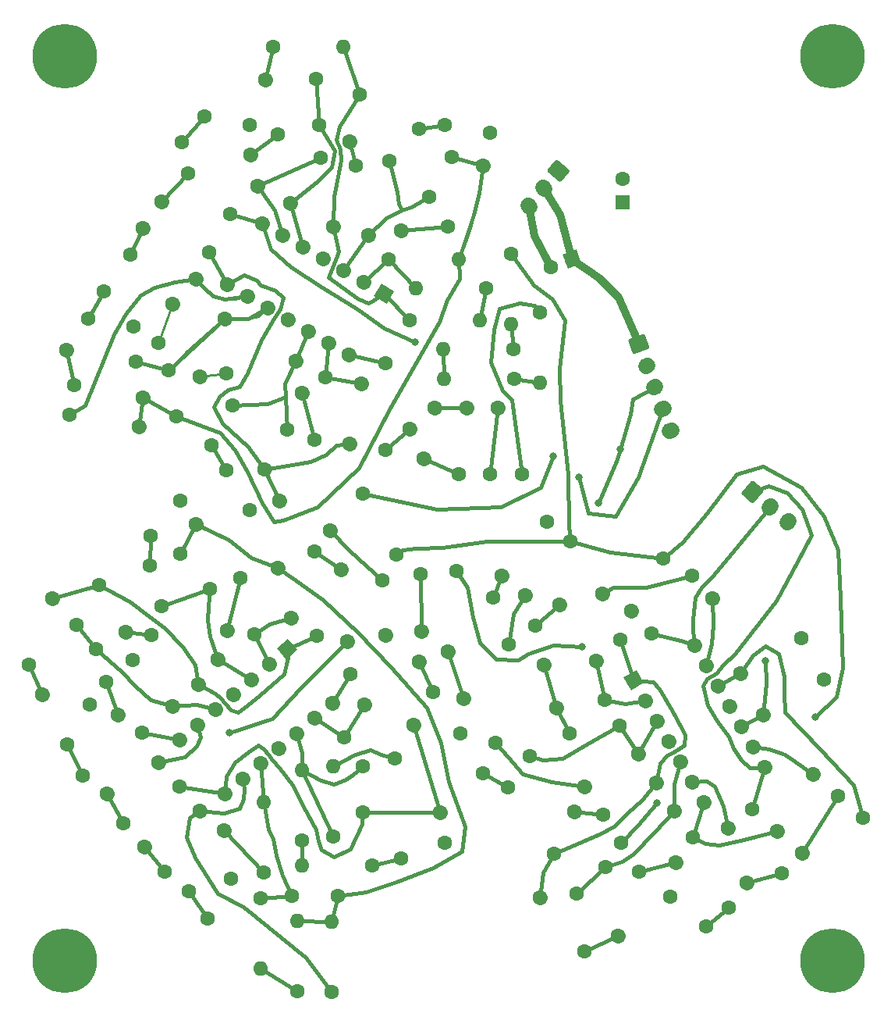
<source format=gbr>
G04 #@! TF.GenerationSoftware,KiCad,Pcbnew,(5.1.2-1)-1*
G04 #@! TF.CreationDate,2021-05-20T21:43:18-04:00*
G04 #@! TF.ProjectId,B_to_UHJ_Converter,425f746f-5f55-4484-9a5f-436f6e766572,rev?*
G04 #@! TF.SameCoordinates,Original*
G04 #@! TF.FileFunction,Copper,L2,Bot*
G04 #@! TF.FilePolarity,Positive*
%FSLAX46Y46*%
G04 Gerber Fmt 4.6, Leading zero omitted, Abs format (unit mm)*
G04 Created by KiCad (PCBNEW (5.1.2-1)-1) date 2021-05-20 21:43:18*
%MOMM*%
%LPD*%
G04 APERTURE LIST*
%ADD10C,7.000000*%
%ADD11C,1.600000*%
%ADD12C,1.600000*%
%ADD13C,0.100000*%
%ADD14R,1.600000X1.600000*%
%ADD15C,1.700000*%
%ADD16C,1.700000*%
%ADD17O,1.600000X1.600000*%
%ADD18C,0.800000*%
%ADD19C,0.250000*%
%ADD20C,0.406400*%
%ADD21C,0.812800*%
G04 APERTURE END LIST*
D10*
X101092000Y-115824000D03*
X17780000Y-115824000D03*
X101092000Y-17780000D03*
X17780000Y-17780000D03*
D11*
X25109194Y-83239601D03*
X32269652Y-85845794D03*
D12*
X32269652Y-85845794D02*
X32269652Y-85845794D01*
D11*
X86122857Y-81589033D03*
D12*
X86122857Y-81589033D02*
X86122857Y-81589033D01*
D11*
X87143743Y-98597260D03*
D12*
X87143743Y-98597260D02*
X87143743Y-98597260D01*
D11*
X87392857Y-83788738D03*
D12*
X87392857Y-83788738D02*
X87392857Y-83788738D01*
D11*
X85873743Y-96397556D03*
D12*
X85873743Y-96397556D02*
X85873743Y-96397556D01*
D11*
X88662857Y-85988442D03*
D12*
X88662857Y-85988442D02*
X88662857Y-85988442D01*
D11*
X84603743Y-94197851D03*
D12*
X84603743Y-94197851D02*
X84603743Y-94197851D01*
D11*
X89932857Y-88188147D03*
D12*
X89932857Y-88188147D02*
X89932857Y-88188147D01*
D11*
X83333743Y-91998147D03*
D12*
X83333743Y-91998147D02*
X83333743Y-91998147D01*
D11*
X91202857Y-90387851D03*
D12*
X91202857Y-90387851D02*
X91202857Y-90387851D01*
D11*
X82063743Y-89798442D03*
D12*
X82063743Y-89798442D02*
X82063743Y-89798442D01*
D11*
X92472857Y-92587556D03*
D12*
X92472857Y-92587556D02*
X92472857Y-92587556D01*
D11*
X80793743Y-87598738D03*
D12*
X80793743Y-87598738D02*
X80793743Y-87598738D01*
D11*
X93742857Y-94787260D03*
D12*
X93742857Y-94787260D02*
X93742857Y-94787260D01*
D11*
X79523743Y-85399033D03*
D13*
G36*
X79230923Y-86491853D02*
G01*
X78430923Y-85106213D01*
X79816563Y-84306213D01*
X80616563Y-85691853D01*
X79230923Y-86491853D01*
X79230923Y-86491853D01*
G37*
D11*
X46814839Y-87871813D03*
D12*
X46814839Y-87871813D02*
X46814839Y-87871813D01*
D11*
X30242280Y-91830637D03*
D12*
X30242280Y-91830637D02*
X30242280Y-91830637D01*
D11*
X44869086Y-89504493D03*
D12*
X44869086Y-89504493D02*
X44869086Y-89504493D01*
D11*
X32188033Y-90197957D03*
D12*
X32188033Y-90197957D02*
X32188033Y-90197957D01*
D11*
X42923333Y-91137174D03*
D12*
X42923333Y-91137174D02*
X42923333Y-91137174D01*
D11*
X34133785Y-88565276D03*
D12*
X34133785Y-88565276D02*
X34133785Y-88565276D01*
D11*
X40977580Y-92769854D03*
D12*
X40977580Y-92769854D02*
X40977580Y-92769854D01*
D11*
X36079538Y-86932596D03*
D12*
X36079538Y-86932596D02*
X36079538Y-86932596D01*
D11*
X39031827Y-94402535D03*
D12*
X39031827Y-94402535D02*
X39031827Y-94402535D01*
D11*
X38025291Y-85299915D03*
D12*
X38025291Y-85299915D02*
X38025291Y-85299915D01*
D11*
X37086074Y-96035215D03*
D12*
X37086074Y-96035215D02*
X37086074Y-96035215D01*
D11*
X39971044Y-83667235D03*
D12*
X39971044Y-83667235D02*
X39971044Y-83667235D01*
D11*
X35140321Y-97667896D03*
D12*
X35140321Y-97667896D02*
X35140321Y-97667896D01*
D11*
X41916797Y-82034554D03*
D13*
G36*
X40789731Y-81935949D02*
G01*
X42015402Y-80907488D01*
X43043863Y-82133159D01*
X41818192Y-83161620D01*
X40789731Y-81935949D01*
X40789731Y-81935949D01*
G37*
D11*
X59801590Y-28697013D03*
X57301590Y-33027140D03*
X29895885Y-56751928D03*
X29027644Y-51827889D03*
X30286878Y-71671668D03*
X33500816Y-75501890D03*
X47419106Y-108729144D03*
X42419106Y-108729144D03*
X72544548Y-91123711D03*
X68214421Y-93623711D03*
X63940102Y-26064038D03*
X59016063Y-25195797D03*
X25227204Y-47082045D03*
X20303165Y-46213804D03*
X30318589Y-65920456D03*
X27104651Y-69750678D03*
X35817418Y-106867897D03*
X33317418Y-111198024D03*
X60675718Y-91183497D03*
X63175718Y-95513624D03*
X49764664Y-21925986D03*
X45066201Y-20215885D03*
X39425875Y-62519621D03*
X41925875Y-58189494D03*
X21515174Y-75037324D03*
X19015174Y-79367451D03*
X50134491Y-99728449D03*
X50134491Y-94728449D03*
X70862050Y-104224262D03*
X73362050Y-108554389D03*
X37841706Y-25182285D03*
X32917667Y-24314044D03*
X37838478Y-66945478D03*
X35338478Y-62615351D03*
X20530244Y-88056623D03*
X18030244Y-92386750D03*
X59007212Y-103026462D03*
X54308749Y-104736563D03*
X83516345Y-108880306D03*
X87346567Y-112094244D03*
X78333600Y-31078800D03*
D14*
X78333600Y-33578800D03*
D11*
X72847200Y-39725600D03*
D13*
G36*
X73325338Y-38700230D02*
G01*
X73872570Y-40203738D01*
X72369062Y-40750970D01*
X71821830Y-39247462D01*
X73325338Y-38700230D01*
X73325338Y-38700230D01*
G37*
D11*
X70497968Y-40580650D03*
D13*
G36*
X80597598Y-47886529D02*
G01*
X80621686Y-47891184D01*
X80645202Y-47898178D01*
X80667920Y-47907443D01*
X80689619Y-47918890D01*
X80710092Y-47932409D01*
X80729142Y-47947869D01*
X80746584Y-47965122D01*
X80762252Y-47984002D01*
X80775993Y-48004327D01*
X80787676Y-48025900D01*
X80797188Y-48048515D01*
X81207612Y-49176146D01*
X81214862Y-49199584D01*
X81219779Y-49223620D01*
X81222317Y-49248022D01*
X81222451Y-49272556D01*
X81220180Y-49296984D01*
X81215525Y-49321072D01*
X81208531Y-49344588D01*
X81199266Y-49367306D01*
X81187819Y-49389005D01*
X81174300Y-49409478D01*
X81158840Y-49428528D01*
X81141587Y-49445970D01*
X81122707Y-49461638D01*
X81102382Y-49475379D01*
X81080809Y-49487062D01*
X81058194Y-49496574D01*
X79695640Y-49992503D01*
X79672202Y-49999753D01*
X79648166Y-50004670D01*
X79623764Y-50007208D01*
X79599230Y-50007342D01*
X79574802Y-50005071D01*
X79550714Y-50000416D01*
X79527198Y-49993422D01*
X79504480Y-49984157D01*
X79482781Y-49972710D01*
X79462308Y-49959191D01*
X79443258Y-49943731D01*
X79425816Y-49926478D01*
X79410148Y-49907598D01*
X79396407Y-49887273D01*
X79384724Y-49865700D01*
X79375212Y-49843085D01*
X78964788Y-48715454D01*
X78957538Y-48692016D01*
X78952621Y-48667980D01*
X78950083Y-48643578D01*
X78949949Y-48619044D01*
X78952220Y-48594616D01*
X78956875Y-48570528D01*
X78963869Y-48547012D01*
X78973134Y-48524294D01*
X78984581Y-48502595D01*
X78998100Y-48482122D01*
X79013560Y-48463072D01*
X79030813Y-48445630D01*
X79049693Y-48429962D01*
X79070018Y-48416221D01*
X79091591Y-48404538D01*
X79114206Y-48395026D01*
X80476760Y-47899097D01*
X80500198Y-47891847D01*
X80524234Y-47886930D01*
X80548636Y-47884392D01*
X80573170Y-47884258D01*
X80597598Y-47886529D01*
X80597598Y-47886529D01*
G37*
D15*
X80086200Y-48945800D03*
X80941250Y-51295032D03*
D16*
X81058712Y-51252279D02*
X80823788Y-51337785D01*
D15*
X81796301Y-53644263D03*
D16*
X81913763Y-53601510D02*
X81678839Y-53687016D01*
D15*
X82651351Y-55993495D03*
D16*
X82768813Y-55950742D02*
X82533889Y-56036248D01*
D15*
X83506401Y-58342726D03*
D16*
X83623863Y-58299973D02*
X83388939Y-58385479D01*
D15*
X68134662Y-34005422D03*
D16*
X68230418Y-34085770D02*
X68038906Y-33925074D01*
D15*
X69741631Y-32090311D03*
D16*
X69837387Y-32170659D02*
X69645875Y-32009963D01*
D13*
G36*
X71206107Y-29001038D02*
G01*
X71230334Y-29004902D01*
X71254066Y-29011123D01*
X71277075Y-29019639D01*
X71299137Y-29030370D01*
X71320042Y-29043212D01*
X71339587Y-29058041D01*
X72450352Y-29990083D01*
X72468349Y-30006756D01*
X72484626Y-30025113D01*
X72499025Y-30044977D01*
X72511408Y-30066157D01*
X72521655Y-30088448D01*
X72529667Y-30111637D01*
X72535369Y-30135499D01*
X72538704Y-30159805D01*
X72539640Y-30184321D01*
X72538169Y-30208811D01*
X72534305Y-30233038D01*
X72528084Y-30256770D01*
X72519568Y-30279779D01*
X72508837Y-30301841D01*
X72495995Y-30322746D01*
X72481166Y-30342291D01*
X71709821Y-31261545D01*
X71693148Y-31279542D01*
X71674791Y-31295819D01*
X71654927Y-31310218D01*
X71633747Y-31322601D01*
X71611456Y-31332848D01*
X71588267Y-31340860D01*
X71564405Y-31346562D01*
X71540099Y-31349897D01*
X71515583Y-31350833D01*
X71491093Y-31349362D01*
X71466866Y-31345498D01*
X71443134Y-31339277D01*
X71420125Y-31330761D01*
X71398063Y-31320030D01*
X71377158Y-31307188D01*
X71357613Y-31292359D01*
X70246848Y-30360317D01*
X70228851Y-30343644D01*
X70212574Y-30325287D01*
X70198175Y-30305423D01*
X70185792Y-30284243D01*
X70175545Y-30261952D01*
X70167533Y-30238763D01*
X70161831Y-30214901D01*
X70158496Y-30190595D01*
X70157560Y-30166079D01*
X70159031Y-30141589D01*
X70162895Y-30117362D01*
X70169116Y-30093630D01*
X70177632Y-30070621D01*
X70188363Y-30048559D01*
X70201205Y-30027654D01*
X70216034Y-30008109D01*
X70987379Y-29088855D01*
X71004052Y-29070858D01*
X71022409Y-29054581D01*
X71042273Y-29040182D01*
X71063453Y-29027799D01*
X71085744Y-29017552D01*
X71108933Y-29009540D01*
X71132795Y-29003838D01*
X71157101Y-29000503D01*
X71181617Y-28999567D01*
X71206107Y-29001038D01*
X71206107Y-29001038D01*
G37*
D15*
X71348600Y-30175200D03*
D13*
G36*
X92438811Y-63783631D02*
G01*
X92463038Y-63787495D01*
X92486770Y-63793716D01*
X92509779Y-63802232D01*
X92531841Y-63812963D01*
X92552746Y-63825805D01*
X92572291Y-63840634D01*
X93491545Y-64611979D01*
X93509542Y-64628652D01*
X93525819Y-64647009D01*
X93540218Y-64666873D01*
X93552601Y-64688053D01*
X93562848Y-64710344D01*
X93570860Y-64733533D01*
X93576562Y-64757395D01*
X93579897Y-64781701D01*
X93580833Y-64806217D01*
X93579362Y-64830707D01*
X93575498Y-64854934D01*
X93569277Y-64878666D01*
X93560761Y-64901675D01*
X93550030Y-64923737D01*
X93537188Y-64944642D01*
X93522359Y-64964187D01*
X92590317Y-66074952D01*
X92573644Y-66092949D01*
X92555287Y-66109226D01*
X92535423Y-66123625D01*
X92514243Y-66136008D01*
X92491952Y-66146255D01*
X92468763Y-66154267D01*
X92444901Y-66159969D01*
X92420595Y-66163304D01*
X92396079Y-66164240D01*
X92371589Y-66162769D01*
X92347362Y-66158905D01*
X92323630Y-66152684D01*
X92300621Y-66144168D01*
X92278559Y-66133437D01*
X92257654Y-66120595D01*
X92238109Y-66105766D01*
X91318855Y-65334421D01*
X91300858Y-65317748D01*
X91284581Y-65299391D01*
X91270182Y-65279527D01*
X91257799Y-65258347D01*
X91247552Y-65236056D01*
X91239540Y-65212867D01*
X91233838Y-65189005D01*
X91230503Y-65164699D01*
X91229567Y-65140183D01*
X91231038Y-65115693D01*
X91234902Y-65091466D01*
X91241123Y-65067734D01*
X91249639Y-65044725D01*
X91260370Y-65022663D01*
X91273212Y-65001758D01*
X91288041Y-64982213D01*
X92220083Y-63871448D01*
X92236756Y-63853451D01*
X92255113Y-63837174D01*
X92274977Y-63822775D01*
X92296157Y-63810392D01*
X92318448Y-63800145D01*
X92341637Y-63792133D01*
X92365499Y-63786431D01*
X92389805Y-63783096D01*
X92414321Y-63782160D01*
X92438811Y-63783631D01*
X92438811Y-63783631D01*
G37*
D15*
X92405200Y-64973200D03*
X94320311Y-66580169D03*
D16*
X94400659Y-66484413D02*
X94239963Y-66675925D01*
D15*
X96235422Y-68187138D03*
D16*
X96315770Y-68091382D02*
X96155074Y-68282894D01*
D11*
X63191963Y-29599432D03*
D12*
X63191963Y-29599432D02*
X63191963Y-29599432D01*
D11*
X59381963Y-36198546D03*
X18759389Y-53407832D03*
X26263624Y-54731031D03*
D12*
X26263624Y-54731031D02*
X26263624Y-54731031D01*
D11*
X31977779Y-68490534D03*
D12*
X31977779Y-68490534D02*
X31977779Y-68490534D01*
D11*
X36875821Y-74327793D03*
X42991012Y-119131500D03*
D17*
X42991012Y-111511500D03*
D11*
X71108922Y-88345056D03*
D12*
X71108922Y-88345056D02*
X71108922Y-88345056D01*
D11*
X64509808Y-92155056D03*
X52976428Y-29132641D03*
X54299627Y-36636876D03*
D12*
X54299627Y-36636876D02*
X54299627Y-36636876D01*
D11*
X17976282Y-49577135D03*
D12*
X17976282Y-49577135D02*
X17976282Y-49577135D01*
D11*
X25480517Y-50900334D03*
X48684099Y-26983681D03*
D12*
X48684099Y-26983681D02*
X48684099Y-26983681D01*
D11*
X56188334Y-25660482D03*
X21986651Y-43246042D03*
X29490886Y-44569241D03*
D12*
X29490886Y-44569241D02*
X29490886Y-44569241D01*
D11*
X28272750Y-77352220D03*
X35433208Y-79958413D03*
D12*
X35433208Y-79958413D02*
X35433208Y-79958413D01*
D11*
X24389903Y-80146114D03*
D12*
X24389903Y-80146114D02*
X24389903Y-80146114D01*
D11*
X26996096Y-72985656D03*
D17*
X38996253Y-116648251D03*
D11*
X38996253Y-109028251D03*
X77983202Y-90294860D03*
X74173202Y-96893974D03*
D12*
X74173202Y-96893974D02*
X74173202Y-96893974D01*
D11*
X31207300Y-108249448D03*
X35017300Y-101650334D03*
D12*
X35017300Y-101650334D02*
X35017300Y-101650334D01*
D11*
X73078207Y-99638275D03*
D12*
X73078207Y-99638275D02*
X73078207Y-99638275D01*
D11*
X65917749Y-97032082D03*
X49397325Y-29644091D03*
X50720524Y-37148326D03*
D12*
X50720524Y-37148326D02*
X50720524Y-37148326D01*
D11*
X35105085Y-46220734D03*
D12*
X35105085Y-46220734D02*
X35105085Y-46220734D01*
D11*
X27944627Y-48826927D03*
X27223187Y-80487609D03*
X34383645Y-83093802D03*
D12*
X34383645Y-83093802D02*
X34383645Y-83093802D01*
D17*
X39410067Y-98574218D03*
D11*
X39410067Y-106194218D03*
X76238561Y-99942569D03*
X80048561Y-93343455D03*
D12*
X80048561Y-93343455D02*
X80048561Y-93343455D01*
D11*
X52894901Y-39740897D03*
D17*
X60514901Y-39740897D03*
D11*
X25811583Y-57901586D03*
D12*
X25811583Y-57901586D02*
X25811583Y-57901586D01*
D11*
X18307348Y-56578387D03*
X38330521Y-80368612D03*
X40936714Y-73208154D03*
D12*
X40936714Y-73208154D02*
X40936714Y-73208154D01*
D17*
X46719558Y-111592508D03*
D11*
X46719558Y-119212508D03*
X76339009Y-87548631D03*
X69739895Y-83738631D03*
D12*
X69739895Y-83738631D02*
X69739895Y-83738631D01*
D17*
X55921364Y-42938119D03*
D11*
X63541364Y-42938119D03*
X24864993Y-39276610D03*
X32025451Y-41882803D03*
D12*
X32025451Y-41882803D02*
X32025451Y-41882803D01*
D11*
X42302387Y-78594216D03*
D12*
X42302387Y-78594216D02*
X42302387Y-78594216D01*
D11*
X44908580Y-71433758D03*
X28638677Y-106120847D03*
X32448677Y-99521733D03*
D12*
X32448677Y-99521733D02*
X32448677Y-99521733D01*
D11*
X75440178Y-83284172D03*
D12*
X75440178Y-83284172D02*
X75440178Y-83284172D01*
D11*
X68841064Y-79474172D03*
X55168473Y-46356993D03*
D17*
X62788473Y-46356993D03*
D11*
X26265942Y-36382807D03*
D12*
X26265942Y-36382807D02*
X26265942Y-36382807D01*
D11*
X33426400Y-38989000D03*
X45147655Y-80550365D03*
X47753848Y-73389907D03*
D12*
X47753848Y-73389907D02*
X47753848Y-73389907D01*
D11*
X26448752Y-103475740D03*
D12*
X26448752Y-103475740D02*
X26448752Y-103475740D01*
D11*
X30258752Y-96876626D03*
X78055193Y-80991074D03*
X71456079Y-77181074D03*
D12*
X71456079Y-77181074D02*
X71456079Y-77181074D01*
D11*
X40392597Y-16761487D03*
D17*
X48012597Y-16761487D03*
D11*
X41106807Y-65958166D03*
D12*
X41106807Y-65958166D02*
X41106807Y-65958166D01*
D11*
X44916807Y-59359052D03*
X13860807Y-83672583D03*
X16467000Y-76512125D03*
D12*
X16467000Y-76512125D02*
X16467000Y-76512125D01*
D11*
X58479626Y-99742273D03*
D12*
X58479626Y-99742273D02*
X58479626Y-99742273D01*
D11*
X53581584Y-93905014D03*
X74212522Y-114799739D03*
X69314480Y-108962480D03*
D12*
X69314480Y-108962480D02*
X69314480Y-108962480D01*
D11*
X39559142Y-20321644D03*
D12*
X39559142Y-20321644D02*
X39559142Y-20321644D01*
D11*
X45396401Y-25219686D03*
X36005022Y-55592314D03*
X43509257Y-54269115D03*
D12*
X43509257Y-54269115D02*
X43509257Y-54269115D01*
D11*
X30467341Y-27083864D03*
X37971576Y-28407063D03*
D12*
X37971576Y-28407063D02*
X37971576Y-28407063D01*
D11*
X32406699Y-52435110D03*
D12*
X32406699Y-52435110D02*
X32406699Y-52435110D01*
D11*
X33729898Y-59939345D03*
X15344371Y-86910599D03*
D12*
X15344371Y-86910599D02*
X15344371Y-86910599D01*
D11*
X21181630Y-82012557D03*
X19690027Y-95764480D03*
X23500027Y-89165366D03*
D12*
X23500027Y-89165366D02*
X23500027Y-89165366D01*
D11*
X46871004Y-102314444D03*
D17*
X46871004Y-94694444D03*
D11*
X77778799Y-113113444D03*
D12*
X77778799Y-113113444D02*
X77778799Y-113113444D01*
D11*
X76455600Y-105609209D03*
D17*
X43529186Y-105468827D03*
D11*
X51149186Y-105468827D03*
X89877232Y-110012001D03*
X84039973Y-105113959D03*
D12*
X84039973Y-105113959D02*
X84039973Y-105113959D01*
D11*
X42222737Y-33689398D03*
D12*
X42222737Y-33689398D02*
X42222737Y-33689398D01*
D11*
X40899538Y-26185163D03*
X35336793Y-52126925D03*
X42841028Y-50803726D03*
D12*
X42841028Y-50803726D02*
X42841028Y-50803726D01*
D11*
X29449564Y-88198867D03*
D12*
X29449564Y-88198867D02*
X29449564Y-88198867D01*
D11*
X22289106Y-85592674D03*
X43557784Y-102720500D03*
D17*
X43557784Y-95100500D03*
D11*
X83880593Y-99513371D03*
D12*
X83880593Y-99513371D02*
X83880593Y-99513371D01*
D11*
X80070593Y-106112485D03*
X45582420Y-28742177D03*
X46905619Y-36246412D03*
D12*
X46905619Y-36246412D02*
X46905619Y-36246412D01*
D11*
X48693777Y-59716466D03*
D12*
X48693777Y-59716466D02*
X48693777Y-59716466D01*
D11*
X46087584Y-52556008D03*
X55627210Y-90225616D03*
D12*
X55627210Y-90225616D02*
X55627210Y-90225616D01*
D11*
X48122975Y-91548815D03*
X78193764Y-103054761D03*
X82003764Y-96455647D03*
D12*
X82003764Y-96455647D02*
X82003764Y-96455647D01*
D11*
X31173671Y-30483264D03*
X38677906Y-31806463D03*
D12*
X38677906Y-31806463D02*
X38677906Y-31806463D01*
D11*
X49986980Y-53228337D03*
D12*
X49986980Y-53228337D02*
X49986980Y-53228337D01*
D11*
X52593173Y-60388795D03*
X24171440Y-100923451D03*
X27981440Y-94324337D03*
D12*
X27981440Y-94324337D02*
X27981440Y-94324337D01*
D11*
X50266267Y-87986408D03*
D12*
X50266267Y-87986408D02*
X50266267Y-87986408D01*
D11*
X57770502Y-86663209D03*
X95587202Y-106328202D03*
X89749943Y-101430160D03*
D12*
X89749943Y-101430160D02*
X89749943Y-101430160D01*
D11*
X28265416Y-33543991D03*
D12*
X28265416Y-33543991D02*
X28265416Y-33543991D01*
D11*
X35769651Y-34867190D03*
X52622413Y-50990943D03*
X55228606Y-58151401D03*
D12*
X55228606Y-58151401D02*
X55228606Y-58151401D01*
D11*
X22331302Y-97659899D03*
D12*
X22331302Y-97659899D02*
X22331302Y-97659899D01*
D11*
X26141302Y-91060785D03*
X48743666Y-84701571D03*
X56247901Y-83378372D03*
D12*
X56247901Y-83378372D02*
X56247901Y-83378372D01*
D11*
X91814982Y-107312615D03*
D12*
X91814982Y-107312615D02*
X91814982Y-107312615D01*
D11*
X85977723Y-102414573D03*
D17*
X58836560Y-49494440D03*
D11*
X66456560Y-49494440D03*
X60528200Y-63042800D03*
X57922007Y-55882342D03*
D12*
X57922007Y-55882342D02*
X57922007Y-55882342D01*
D11*
X48437800Y-81198914D03*
D12*
X48437800Y-81198914D02*
X48437800Y-81198914D01*
D11*
X52247800Y-74599800D03*
X65938400Y-81483200D03*
X61040358Y-87320459D03*
D12*
X61040358Y-87320459D02*
X61040358Y-87320459D01*
D11*
X85826600Y-74091800D03*
X79227486Y-77901800D03*
D12*
X79227486Y-77901800D02*
X79227486Y-77901800D01*
D17*
X58905140Y-52682140D03*
D11*
X66525140Y-52682140D03*
X63957200Y-63017400D03*
X61351007Y-55856942D03*
D12*
X61351007Y-55856942D02*
X61351007Y-55856942D01*
D11*
X52603400Y-80462314D03*
D12*
X52603400Y-80462314D02*
X52603400Y-80462314D01*
D11*
X56413400Y-73863200D03*
X64287400Y-76403200D03*
X59389358Y-82240459D03*
D12*
X59389358Y-82240459D02*
X59389358Y-82240459D01*
D11*
X101650800Y-97967800D03*
X95051686Y-101777800D03*
D12*
X95051686Y-101777800D02*
X95051686Y-101777800D01*
D17*
X66212720Y-46766480D03*
D11*
X66212720Y-39146480D03*
X56738714Y-61366400D03*
D12*
X56738714Y-61366400D02*
X56738714Y-61366400D01*
D11*
X50139600Y-65176400D03*
X53771800Y-71729600D03*
X46611342Y-69123407D03*
D12*
X46611342Y-69123407D02*
X46611342Y-69123407D01*
D11*
X67745958Y-76144459D03*
D12*
X67745958Y-76144459D02*
X67745958Y-76144459D01*
D11*
X72644000Y-70307200D03*
X82727800Y-72212200D03*
X76128686Y-76022200D03*
D12*
X76128686Y-76022200D02*
X76128686Y-76022200D01*
D17*
X69367400Y-53136800D03*
D11*
X69367400Y-45516800D03*
X64754607Y-55856942D03*
D12*
X64754607Y-55856942D02*
X64754607Y-55856942D01*
D11*
X67360800Y-63017400D03*
X60325000Y-73507600D03*
X56515000Y-80106714D03*
D12*
X56515000Y-80106714D02*
X56515000Y-80106714D01*
D11*
X65180558Y-74061659D03*
D12*
X65180558Y-74061659D02*
X65180558Y-74061659D01*
D11*
X70078600Y-68224400D03*
X104368600Y-100330000D03*
X97769486Y-104140000D03*
D12*
X97769486Y-104140000D02*
X97769486Y-104140000D01*
D11*
X97711067Y-80840741D03*
X91111953Y-84650741D03*
D12*
X91111953Y-84650741D02*
X91111953Y-84650741D01*
D11*
X93572430Y-89097799D03*
D12*
X93572430Y-89097799D02*
X93572430Y-89097799D01*
D11*
X100171544Y-85287799D03*
X88028085Y-76517142D03*
D12*
X88028085Y-76517142D02*
X88028085Y-76517142D01*
D11*
X81428971Y-80327142D03*
X98948694Y-95589153D03*
D12*
X98948694Y-95589153D02*
X98948694Y-95589153D01*
D11*
X92349580Y-99399153D03*
X52435271Y-43491889D03*
D13*
G36*
X52142451Y-42399069D02*
G01*
X53528091Y-43199069D01*
X52728091Y-44584709D01*
X51342451Y-43784709D01*
X52142451Y-42399069D01*
X52142451Y-42399069D01*
G37*
D11*
X35427044Y-42471003D03*
D12*
X35427044Y-42471003D02*
X35427044Y-42471003D01*
D11*
X50235566Y-42221889D03*
D12*
X50235566Y-42221889D02*
X50235566Y-42221889D01*
D11*
X37626748Y-43741003D03*
D12*
X37626748Y-43741003D02*
X37626748Y-43741003D01*
D11*
X48035862Y-40951889D03*
D12*
X48035862Y-40951889D02*
X48035862Y-40951889D01*
D11*
X39826453Y-45011003D03*
D12*
X39826453Y-45011003D02*
X39826453Y-45011003D01*
D11*
X45836157Y-39681889D03*
D12*
X45836157Y-39681889D02*
X45836157Y-39681889D01*
D11*
X42026157Y-46281003D03*
D12*
X42026157Y-46281003D02*
X42026157Y-46281003D01*
D11*
X43636453Y-38411889D03*
D12*
X43636453Y-38411889D02*
X43636453Y-38411889D01*
D11*
X44225862Y-47551003D03*
D12*
X44225862Y-47551003D02*
X44225862Y-47551003D01*
D11*
X41436748Y-37141889D03*
D12*
X41436748Y-37141889D02*
X41436748Y-37141889D01*
D11*
X46425566Y-48821003D03*
D12*
X46425566Y-48821003D02*
X46425566Y-48821003D01*
D11*
X39237044Y-35871889D03*
D12*
X39237044Y-35871889D02*
X39237044Y-35871889D01*
D11*
X48625271Y-50091003D03*
D12*
X48625271Y-50091003D02*
X48625271Y-50091003D01*
D18*
X73583800Y-63373000D03*
X78071012Y-60333588D03*
X75692000Y-66167000D03*
X82008579Y-98696379D03*
X55829200Y-48717200D03*
X35687000Y-91084400D03*
X99212400Y-89382600D03*
X70789800Y-61112400D03*
X93853000Y-83286600D03*
X73914000Y-81762600D03*
D19*
X25811582Y-57901585D02*
X26263622Y-54731031D01*
X26263622Y-54731031D02*
X29895885Y-56751927D01*
X59801592Y-28697012D02*
X63191964Y-29599433D01*
X61869352Y-36092384D02*
X61096899Y-38344712D01*
X61096899Y-38344712D02*
X60514903Y-39740897D01*
X60589745Y-41864727D02*
X60514903Y-39740897D01*
X29895885Y-56751927D02*
X34634087Y-58525639D01*
D20*
X25811583Y-57901586D02*
X26263624Y-54731031D01*
X26263624Y-54731031D02*
X29895885Y-56751928D01*
X29895885Y-56751928D02*
X34634087Y-58525639D01*
X34634087Y-58525639D02*
X36216721Y-60407244D01*
X36216721Y-60407244D02*
X37563947Y-62798178D01*
X37563947Y-62798178D02*
X39171487Y-66160634D01*
X39171487Y-66160634D02*
X40495136Y-68186007D01*
X40495136Y-68186007D02*
X41516543Y-68042480D01*
X41516543Y-68042480D02*
X45235056Y-66571056D01*
X45235056Y-66571056D02*
X49733245Y-62345132D01*
X49733245Y-62345132D02*
X52982851Y-56005451D01*
X52982851Y-56005451D02*
X58420290Y-46536733D01*
X58420290Y-46536733D02*
X59256243Y-44174419D01*
X60589745Y-41864727D02*
X59256243Y-44174419D01*
X60589745Y-41864727D02*
X60514901Y-39740897D01*
X59801590Y-28697013D02*
X63191963Y-29599432D01*
D19*
X62168937Y-34960663D02*
X61869352Y-36092384D01*
D20*
X60514901Y-39740897D02*
X62168937Y-34960663D01*
X62168937Y-34960663D02*
X62743057Y-32567857D01*
D19*
X63191964Y-29599433D02*
X62743057Y-32567857D01*
D20*
X62743057Y-32567857D02*
X63191963Y-29599432D01*
D19*
X48035863Y-40951889D02*
X50720524Y-37148329D01*
D20*
X52976428Y-29132641D02*
X53853400Y-32455800D01*
X57301590Y-33027140D02*
X55375418Y-34132205D01*
X55375418Y-34132205D02*
X54387798Y-34471209D01*
X54387798Y-34471209D02*
X53997079Y-33776359D01*
X53997079Y-33776359D02*
X53853400Y-32455800D01*
X54387798Y-34471209D02*
X52662932Y-35289332D01*
D19*
X50720524Y-37148329D02*
X52662932Y-35289332D01*
D20*
X52662932Y-35289332D02*
X50720524Y-37148326D01*
X50720524Y-37148326D02*
X48035862Y-40951889D01*
D19*
X29027644Y-51827889D02*
X31113358Y-49688525D01*
X31113358Y-49688525D02*
X33207455Y-47788637D01*
X33207455Y-47788637D02*
X33941321Y-47127146D01*
X33941321Y-47127146D02*
X35105085Y-46220732D01*
X35105085Y-46220732D02*
X37555711Y-46251645D01*
X38748108Y-45913551D02*
X39826453Y-45011002D01*
D20*
X25480517Y-50900334D02*
X29027644Y-51827889D01*
X29027644Y-51827889D02*
X35105085Y-46220734D01*
X35105085Y-46220734D02*
X37721139Y-46204739D01*
D19*
X37721139Y-46204739D02*
X38748108Y-45913551D01*
X37555711Y-46251645D02*
X37721139Y-46204739D01*
D20*
X37721139Y-46204739D02*
X39826453Y-45011003D01*
X46719558Y-111592509D02*
X47419106Y-108729144D01*
X42991012Y-111511498D02*
X46719558Y-111592509D01*
X30286878Y-71671667D02*
X31977781Y-68490532D01*
X31977781Y-68490532D02*
X35569334Y-70178573D01*
X35569334Y-70178573D02*
X37979831Y-72095018D01*
X37979831Y-72095018D02*
X40936715Y-73208155D01*
X47419106Y-108729144D02*
X50437693Y-108366960D01*
X50437693Y-108366960D02*
X53785661Y-107275234D01*
X53785661Y-107275234D02*
X57773489Y-105752701D01*
X57773489Y-105752701D02*
X60883483Y-103918990D01*
X60883483Y-103918990D02*
X61240580Y-101238652D01*
X61240580Y-101238652D02*
X59413379Y-96405646D01*
X59413379Y-96405646D02*
X58608095Y-92174072D01*
X58608095Y-92174072D02*
X57054969Y-88371068D01*
X57054969Y-88371068D02*
X53137343Y-83939315D01*
X53137343Y-83939315D02*
X49583877Y-80249772D01*
X49583877Y-80249772D02*
X45774418Y-76642400D01*
X45774418Y-76642400D02*
X42822996Y-74602906D01*
X42822996Y-74602906D02*
X40936715Y-73208155D01*
X82651351Y-55993495D02*
X80010000Y-63373000D01*
X80010000Y-63373000D02*
X77571600Y-67640200D01*
X77571600Y-67640200D02*
X74625200Y-67284600D01*
X74625200Y-67284600D02*
X73583800Y-63373000D01*
X73583800Y-63373000D02*
X73583800Y-63373000D01*
X38025292Y-85299915D02*
X34383644Y-83093802D01*
X34383644Y-83093802D02*
X33556676Y-80654090D01*
X33556676Y-80654090D02*
X33314573Y-78887691D01*
X33314573Y-78887691D02*
X33330794Y-77342211D01*
X33330794Y-77342211D02*
X33500816Y-75501890D01*
X28272750Y-77352220D02*
X33500816Y-75501890D01*
X42419106Y-108729144D02*
X38996253Y-109028251D01*
X39410065Y-98574216D02*
X39031827Y-94402535D01*
X42419106Y-108729144D02*
X41384648Y-106540051D01*
X41384648Y-106540051D02*
X40734511Y-104326888D01*
X40734511Y-104326888D02*
X40357816Y-102573953D01*
X40357816Y-102573953D02*
X39851592Y-101559699D01*
X39851592Y-101559699D02*
X39410065Y-98574216D01*
X72544547Y-91123713D02*
X71108921Y-88345056D01*
X71108921Y-88345056D02*
X69739897Y-83738633D01*
X79146400Y-56540400D02*
X79451200Y-54940200D01*
X79451200Y-54940200D02*
X81796301Y-53644263D01*
X78071012Y-60333588D02*
X79146400Y-56540400D01*
X77749400Y-61468000D02*
X78071012Y-60333588D01*
X75692000Y-66167000D02*
X77749400Y-61468000D01*
X77983202Y-90294860D02*
X80048560Y-93343455D01*
X82063744Y-89798443D02*
X80048560Y-93343455D01*
X77983202Y-90294860D02*
X74713944Y-92211695D01*
X74713944Y-92211695D02*
X71775138Y-93908418D01*
X71775138Y-93908418D02*
X69650564Y-94079183D01*
X69650564Y-94079183D02*
X68214421Y-93623711D01*
D21*
X72847200Y-39725600D02*
X71526400Y-34975800D01*
X71526400Y-34975800D02*
X69741631Y-32090311D01*
X80086200Y-48945800D02*
X77901800Y-43916600D01*
X77901800Y-43916600D02*
X75768200Y-41757600D01*
X75768200Y-41757600D02*
X72847200Y-39725600D01*
D19*
X56188334Y-25660482D02*
X59016066Y-25195795D01*
D20*
X59016063Y-25195797D02*
X56188334Y-25660482D01*
D19*
X20303164Y-46213805D02*
X21986651Y-43246042D01*
D20*
X21986651Y-43246042D02*
X20303165Y-46213804D01*
X27104650Y-69750679D02*
X26996096Y-72985656D01*
X31207300Y-108249448D02*
X33317420Y-111198024D01*
X63175717Y-95513624D02*
X65917749Y-97032082D01*
D19*
X48012600Y-16761485D02*
X49764664Y-21925987D01*
X49764664Y-21925987D02*
X47550917Y-25332634D01*
X47761284Y-29032274D02*
X47434908Y-30867569D01*
X46939121Y-33250301D02*
X46985114Y-34948632D01*
X46985114Y-34948632D02*
X46905617Y-36246412D01*
X46905617Y-36246412D02*
X47518630Y-38952160D01*
D20*
X48012597Y-16761487D02*
X49764664Y-21925986D01*
X46905619Y-36246412D02*
X47032979Y-32799221D01*
D19*
X47434908Y-30867569D02*
X47032979Y-32799221D01*
D20*
X47000674Y-32954474D02*
X47761284Y-29032274D01*
D19*
X47032979Y-32799221D02*
X47000674Y-32954474D01*
X47000674Y-32954474D02*
X46939121Y-33250301D01*
D20*
X47761284Y-29032274D02*
X47645357Y-27843443D01*
X47645357Y-27843443D02*
X47274796Y-26827796D01*
X47274796Y-26827796D02*
X47550917Y-25332634D01*
X47550917Y-25332634D02*
X49764664Y-21925986D01*
X55168473Y-46356993D02*
X52435271Y-43491889D01*
X52435271Y-43491889D02*
X51079400Y-44323000D01*
X51079400Y-44323000D02*
X50737873Y-44486727D01*
X50737873Y-44486727D02*
X49537496Y-43959904D01*
X49537496Y-43959904D02*
X46441377Y-41732418D01*
X46441377Y-41732418D02*
X46907206Y-40417579D01*
X46907206Y-40417579D02*
X47249846Y-39629846D01*
X47249846Y-39629846D02*
X47518630Y-38952160D01*
X47518630Y-38952160D02*
X46905619Y-36246412D01*
D19*
X42222740Y-33689398D02*
X43636453Y-38411888D01*
X42222740Y-33689398D02*
X44010778Y-32175538D01*
D20*
X45396401Y-25219686D02*
X45066201Y-20215885D01*
X45396401Y-25219686D02*
X47043586Y-28038814D01*
X47043586Y-28038814D02*
X46749842Y-29768141D01*
X46749842Y-29768141D02*
X45224819Y-31305619D01*
D19*
X44010778Y-32175538D02*
X45224819Y-31305619D01*
D20*
X45224819Y-31305619D02*
X42222737Y-33689398D01*
X42222737Y-33689398D02*
X43636453Y-38411889D01*
D19*
X39425874Y-62519624D02*
X41106805Y-65958167D01*
X39425874Y-62519624D02*
X42513590Y-62048343D01*
X42513590Y-62048343D02*
X44481114Y-61688492D01*
X47324936Y-59810848D02*
X48693776Y-59716466D01*
X33452358Y-38779259D02*
X35427041Y-42471001D01*
X39425874Y-62519624D02*
X37701886Y-60120857D01*
D20*
X48693777Y-59716466D02*
X47253222Y-59877022D01*
D19*
X47253222Y-59877022D02*
X47324936Y-59810848D01*
D20*
X47253222Y-59877022D02*
X46132291Y-60911367D01*
X46132291Y-60911367D02*
X44481114Y-61688492D01*
X44481114Y-61688492D02*
X39425875Y-62519621D01*
X39425875Y-62519621D02*
X41106807Y-65958166D01*
X39425875Y-62519621D02*
X37701886Y-60120857D01*
X37701886Y-60120857D02*
X34874722Y-57550051D01*
X34874722Y-57550051D02*
X33959721Y-55731282D01*
X33959721Y-55731282D02*
X34570516Y-54661916D01*
X34570516Y-54661916D02*
X35502070Y-53923453D01*
X36785860Y-53579461D02*
X35502070Y-53923453D01*
X36785860Y-53579461D02*
X37566645Y-52120845D01*
X37566645Y-52120845D02*
X39161917Y-48498813D01*
X39161917Y-48498813D02*
X40589200Y-46050200D01*
X40589200Y-46050200D02*
X41178201Y-45166001D01*
X41178201Y-45166001D02*
X41472650Y-43937707D01*
X41472650Y-43937707D02*
X40666477Y-43149640D01*
X40666477Y-43149640D02*
X39050863Y-42559337D01*
X39050863Y-42559337D02*
X38626647Y-42059929D01*
X38626647Y-42059929D02*
X37219160Y-41435560D01*
D19*
X37219160Y-41435560D02*
X35427041Y-42471001D01*
D20*
X37219160Y-41435560D02*
X35427044Y-42471003D01*
X35427044Y-42471003D02*
X33426400Y-38989000D01*
D19*
X44225860Y-47551003D02*
X42841027Y-50803725D01*
X42841027Y-50803725D02*
X41642289Y-53245078D01*
X41642289Y-53245078D02*
X41714600Y-54694636D01*
X41714600Y-54694636D02*
X41925875Y-58189494D01*
X39792650Y-55432750D02*
X41714600Y-54694636D01*
D20*
X44225862Y-47551003D02*
X42841028Y-50803726D01*
X42841028Y-50803726D02*
X41642289Y-53245078D01*
X36005022Y-55592314D02*
X39792650Y-55432750D01*
X39792650Y-55432750D02*
X41723961Y-54669039D01*
X41723961Y-54669039D02*
X41925875Y-58189494D01*
X41642289Y-53245078D02*
X41723961Y-54669039D01*
X16467001Y-76512125D02*
X21515173Y-75037323D01*
X21515173Y-75037323D02*
X24833761Y-76825984D01*
X24833761Y-76825984D02*
X26938344Y-78488498D01*
X26938344Y-78488498D02*
X28663519Y-79706756D01*
X28663519Y-79706756D02*
X30586144Y-81800474D01*
X30586144Y-81800474D02*
X31897527Y-83750568D01*
X31897527Y-83750568D02*
X32269652Y-85845794D01*
X32269652Y-85845794D02*
X34089574Y-86845036D01*
X34089574Y-86845036D02*
X34741076Y-87352765D01*
X34741076Y-87352765D02*
X35175369Y-87870334D01*
X35175369Y-87870334D02*
X35830811Y-88580331D01*
X35830811Y-88580331D02*
X36552448Y-88863423D01*
X36552448Y-88863423D02*
X37620513Y-88113103D01*
X37620513Y-88113103D02*
X38938974Y-86973627D01*
X38938974Y-86973627D02*
X41612437Y-84730323D01*
X41612437Y-84730323D02*
X42039682Y-82979214D01*
X42039682Y-82979214D02*
X41916797Y-82034554D01*
X41916797Y-82034554D02*
X45147655Y-80550365D01*
X29449563Y-88198867D02*
X32101903Y-88008899D01*
X32101903Y-88008899D02*
X34133786Y-88565277D01*
X19015174Y-79367451D02*
X21181630Y-82012557D01*
X21181630Y-82012557D02*
X23984999Y-84507855D01*
X23984999Y-84507855D02*
X25391070Y-85993871D01*
X25391070Y-85993871D02*
X27094465Y-87502293D01*
X27094465Y-87502293D02*
X29449563Y-88198867D01*
X50134491Y-99728451D02*
X58479625Y-99742274D01*
X58479625Y-99742274D02*
X55627210Y-90225614D01*
X30258752Y-96876626D02*
X35140321Y-97667896D01*
X35140321Y-97667896D02*
X35313676Y-95851305D01*
X35313676Y-95851305D02*
X36258006Y-94289666D01*
X36258006Y-94289666D02*
X37649421Y-93181814D01*
X37649421Y-93181814D02*
X38820947Y-92444152D01*
X38820947Y-92444152D02*
X39390190Y-92861750D01*
X39390190Y-92861750D02*
X39882008Y-93463680D01*
X39882008Y-93463680D02*
X40324844Y-94007238D01*
X40324844Y-94007238D02*
X41066841Y-94923129D01*
X41066841Y-94923129D02*
X42522835Y-96745249D01*
X42522835Y-96745249D02*
X43650872Y-99101186D01*
X43650872Y-99101186D02*
X45052527Y-101585630D01*
X45052527Y-101585630D02*
X45288360Y-102846665D01*
X45288360Y-102846665D02*
X45640890Y-103804204D01*
X45640890Y-103804204D02*
X47024945Y-104552707D01*
X47024945Y-104552707D02*
X48758687Y-103694759D01*
X48758687Y-103694759D02*
X49445908Y-102269282D01*
X49445908Y-102269282D02*
X50012492Y-100945033D01*
X50012492Y-100945033D02*
X50134491Y-99728451D01*
X42923334Y-91137175D02*
X43560138Y-93255419D01*
X43560138Y-93255419D02*
X43557784Y-95100499D01*
X46871004Y-102314444D02*
X43557784Y-95100499D01*
X43557784Y-95100499D02*
X45576259Y-96258772D01*
X45576259Y-96258772D02*
X47030807Y-96696129D01*
X47030807Y-96696129D02*
X48304589Y-96190975D01*
X48304589Y-96190975D02*
X48989493Y-95616272D01*
X48989493Y-95616272D02*
X50134491Y-94728449D01*
X78055193Y-80991074D02*
X79523743Y-85399033D01*
X69314480Y-108962484D02*
X69644810Y-106230740D01*
X69644810Y-106230740D02*
X70862050Y-104224262D01*
X70862050Y-104224262D02*
X74007552Y-102814430D01*
X74007552Y-102814430D02*
X75822929Y-102118273D01*
X75822929Y-102118273D02*
X77367119Y-101226735D01*
X77367119Y-101226735D02*
X78799090Y-99754739D01*
X78799090Y-99754739D02*
X80408265Y-98315351D01*
X80408265Y-98315351D02*
X82003766Y-96455649D01*
X82003766Y-96455649D02*
X82388117Y-94368393D01*
X82388117Y-94368393D02*
X83146891Y-93549031D01*
X83146891Y-93549031D02*
X83647926Y-93289090D01*
X83647926Y-93289090D02*
X84260126Y-92947368D01*
X84260126Y-92947368D02*
X84994960Y-92411661D01*
X84994960Y-92411661D02*
X85098028Y-91360819D01*
X85098028Y-91360819D02*
X84732583Y-90656730D01*
X84732583Y-90656730D02*
X83680111Y-88630597D01*
X83680111Y-88630597D02*
X82338992Y-86307709D01*
X82338992Y-86307709D02*
X81631342Y-85590024D01*
X81631342Y-85590024D02*
X79523743Y-85399033D01*
X83880593Y-99513372D02*
X81766694Y-101836616D01*
X81766694Y-101836616D02*
X79380014Y-104276290D01*
X79380014Y-104276290D02*
X78230458Y-105069037D01*
X78230458Y-105069037D02*
X76455600Y-105609209D01*
X76455600Y-105609209D02*
X73362050Y-108554389D01*
X83880593Y-99513372D02*
X83913014Y-96643835D01*
X83913014Y-96643835D02*
X84603743Y-94197852D01*
D19*
X30467341Y-27083864D02*
X32917668Y-24314043D01*
D20*
X30467341Y-27083864D02*
X32917667Y-24314044D01*
D19*
X33729898Y-59939345D02*
X35338478Y-62615349D01*
D20*
X35338478Y-62615351D02*
X33729898Y-59939345D01*
X18030245Y-92386749D02*
X19690027Y-95764480D01*
X51149186Y-105468827D02*
X54308749Y-104736562D01*
X89877232Y-110012001D02*
X87346568Y-112094245D01*
D21*
X70497968Y-40580650D02*
X68732400Y-37211000D01*
X68732400Y-37211000D02*
X68134662Y-34005422D01*
D20*
X93742857Y-94787260D02*
X92349580Y-99399153D01*
X92405200Y-64973200D02*
X94132400Y-64287400D01*
X94132400Y-64287400D02*
X96164400Y-65074800D01*
X96164400Y-65074800D02*
X97764600Y-66852800D01*
X97764600Y-66852800D02*
X98780600Y-69621400D01*
X98780600Y-69621400D02*
X97282000Y-72542400D01*
X97282000Y-72542400D02*
X94970600Y-76784200D01*
X94970600Y-76784200D02*
X90525600Y-82550000D01*
X90525600Y-82550000D02*
X89230200Y-83718400D01*
X89230200Y-83718400D02*
X88519000Y-84632800D01*
X88519000Y-84632800D02*
X87503000Y-85191600D01*
X87503000Y-85191600D02*
X87071200Y-85953600D01*
X87071200Y-85953600D02*
X87553800Y-88112600D01*
X87553800Y-88112600D02*
X88569800Y-89839800D01*
X88569800Y-89839800D02*
X89814400Y-91490800D01*
X89814400Y-91490800D02*
X90322400Y-92786200D01*
X90322400Y-92786200D02*
X91160600Y-94005400D01*
X91160600Y-94005400D02*
X92125800Y-94843600D01*
X92125800Y-94843600D02*
X93742857Y-94787260D01*
X81428971Y-80327142D02*
X84937600Y-81203800D01*
X84937600Y-81203800D02*
X86122857Y-81589033D01*
X94320311Y-66580169D02*
X88061800Y-74142600D01*
X88061800Y-74142600D02*
X86868000Y-75285600D01*
X86868000Y-75285600D02*
X86156800Y-76428600D01*
X86156800Y-76428600D02*
X85902800Y-78790800D01*
X85902800Y-78790800D02*
X85902800Y-79959200D01*
X85902800Y-79959200D02*
X86122857Y-81589033D01*
D19*
X54299631Y-36636877D02*
X59381963Y-36198546D01*
D20*
X54299627Y-36636876D02*
X59381963Y-36198546D01*
D19*
X18759389Y-53407832D02*
X17976280Y-49577136D01*
D20*
X17976282Y-49577135D02*
X18759389Y-53407832D01*
X36875821Y-74327793D02*
X35433208Y-79958413D01*
X42991012Y-119131500D02*
X38996251Y-116648250D01*
X74173204Y-96893974D02*
X70654057Y-96426888D01*
X70654057Y-96426888D02*
X67473269Y-95570880D01*
X67473269Y-95570880D02*
X65888604Y-93740559D01*
X65888604Y-93740559D02*
X64509808Y-92155056D01*
D19*
X48684100Y-26983679D02*
X49397325Y-29644091D01*
D20*
X49397325Y-29644091D02*
X48684099Y-26983681D01*
D19*
X27944627Y-48826927D02*
X29490889Y-44569244D01*
D20*
X27223187Y-80487609D02*
X24389903Y-80146114D01*
X39410067Y-106194218D02*
X35017299Y-101650334D01*
X73078207Y-99638277D02*
X76238561Y-99942569D01*
D19*
X50235565Y-42221890D02*
X52894901Y-39740897D01*
X52894901Y-39740897D02*
X55921366Y-42938119D01*
D20*
X50235566Y-42221889D02*
X52894901Y-39740897D01*
X55921364Y-42938119D02*
X52894901Y-39740897D01*
D19*
X37626747Y-43741003D02*
X36220272Y-44043490D01*
X36220272Y-44043490D02*
X35158276Y-44104924D01*
X30170596Y-42075837D02*
X32025450Y-41882802D01*
D20*
X37626748Y-43741003D02*
X35158276Y-44104924D01*
X35158276Y-44104924D02*
X33862030Y-43708486D01*
X33862030Y-43708486D02*
X32943760Y-42926040D01*
D19*
X32943760Y-42926040D02*
X32025450Y-41882802D01*
D20*
X32943760Y-42926040D02*
X32025451Y-41882803D01*
X32025451Y-41882803D02*
X29684016Y-42206216D01*
D19*
X29684016Y-42206216D02*
X30170596Y-42075837D01*
D20*
X29684016Y-42206216D02*
X27533620Y-42782411D01*
X27533620Y-42782411D02*
X26036421Y-43648438D01*
X26036421Y-43648438D02*
X24398365Y-45723635D01*
X24398365Y-45723635D02*
X23106371Y-47910638D01*
X23106371Y-47910638D02*
X19968735Y-55631177D01*
X19968735Y-55631177D02*
X18307348Y-56578387D01*
X42302387Y-78594216D02*
X39944559Y-79312687D01*
X39944559Y-79312687D02*
X38330521Y-80368612D01*
X38330521Y-80368612D02*
X39971045Y-83667236D01*
X32448678Y-99521734D02*
X35057192Y-99813300D01*
X35057192Y-99813300D02*
X36740657Y-99282690D01*
X36740657Y-99282690D02*
X37200341Y-98273612D01*
X37200341Y-98273612D02*
X37221441Y-97208134D01*
X37221441Y-97208134D02*
X37086074Y-96035216D01*
X46719558Y-119212508D02*
X43915144Y-115451475D01*
X43915144Y-115451475D02*
X37152924Y-109984785D01*
X37152924Y-109984785D02*
X34364238Y-108558095D01*
X34364238Y-108558095D02*
X31951527Y-104647436D01*
X31309336Y-100323938D02*
X30994710Y-102400231D01*
X31951527Y-104647436D02*
X30994710Y-102400231D01*
X31309336Y-100323938D02*
X32448678Y-99521734D01*
X76339009Y-87548631D02*
X75440178Y-83284172D01*
X80793743Y-87598738D02*
X78561248Y-87943264D01*
X78561248Y-87943264D02*
X76339009Y-87548631D01*
D19*
X63541364Y-42938119D02*
X62788474Y-46356990D01*
D20*
X63541364Y-42938119D02*
X62788473Y-46356993D01*
D19*
X24864993Y-39276610D02*
X26291900Y-36173066D01*
D20*
X26265942Y-36382807D02*
X24864993Y-39276610D01*
X47753849Y-73389907D02*
X44908580Y-71433758D01*
X26448752Y-103475739D02*
X28638677Y-106120847D01*
X71456081Y-77181072D02*
X68841064Y-79474172D01*
D19*
X39559139Y-20321648D02*
X40392597Y-16761487D01*
D20*
X39559142Y-20321644D02*
X40392597Y-16761487D01*
D19*
X43509259Y-54269114D02*
X44916807Y-59359052D01*
D20*
X43509257Y-54269115D02*
X44916807Y-59359052D01*
X13860807Y-83672583D02*
X15344370Y-86910599D01*
X46871004Y-94694444D02*
X49283794Y-93406409D01*
X49283794Y-93406409D02*
X50985109Y-92960294D01*
X50985109Y-92960294D02*
X52110710Y-93448201D01*
X52110710Y-93448201D02*
X53581584Y-93905014D01*
X77778799Y-113113444D02*
X74212522Y-114799739D01*
D19*
X37971575Y-28407064D02*
X40899538Y-26185163D01*
D20*
X37971576Y-28407063D02*
X40899538Y-26185163D01*
D19*
X35336793Y-52126925D02*
X32406699Y-52435110D01*
D20*
X23500027Y-89165367D02*
X22289106Y-85592674D01*
X43557784Y-102720500D02*
X43529186Y-105468828D01*
X84039972Y-105113959D02*
X80070593Y-106112485D01*
D19*
X38677906Y-31806463D02*
X40390919Y-34279718D01*
X40390919Y-34279718D02*
X40905903Y-35368936D01*
X40905903Y-35368936D02*
X41436748Y-37141892D01*
D20*
X38677906Y-31806463D02*
X40532991Y-34447809D01*
X41436748Y-37141889D02*
X40532991Y-34447809D01*
X38677906Y-31806463D02*
X45582420Y-28742177D01*
D19*
X46425568Y-48821001D02*
X46087584Y-52556008D01*
D20*
X46087584Y-52556008D02*
X46425566Y-48821003D01*
X49986980Y-53228337D02*
X46087584Y-52556008D01*
X27981442Y-94324339D02*
X30787252Y-93720893D01*
X30787252Y-93720893D02*
X32056104Y-92530201D01*
X32056104Y-92530201D02*
X32533636Y-91605618D01*
X32533636Y-91605618D02*
X32188033Y-90197957D01*
X44869087Y-89504493D02*
X48122975Y-91548815D01*
X48122975Y-91548815D02*
X50266267Y-87986409D01*
X89749944Y-101430158D02*
X89284593Y-99038880D01*
X89284593Y-99038880D02*
X88294525Y-96876998D01*
X88294525Y-96876998D02*
X87436483Y-96345860D01*
X87436483Y-96345860D02*
X85873743Y-96397557D01*
X78193764Y-103054761D02*
X79984600Y-101066600D01*
X79984600Y-101066600D02*
X81407000Y-99466400D01*
X81407000Y-99466400D02*
X82008579Y-98696379D01*
X82008579Y-98696379D02*
X82042000Y-98653600D01*
D19*
X28265418Y-33543988D02*
X31173671Y-30483264D01*
D20*
X31173671Y-30483264D02*
X28265416Y-33543991D01*
D19*
X52593173Y-60388795D02*
X55228611Y-58151401D01*
D20*
X55228606Y-58151401D02*
X52593173Y-60388795D01*
X22331300Y-97659898D02*
X24171440Y-100923451D01*
X57770502Y-86663209D02*
X56247902Y-83378371D01*
X95587202Y-106328202D02*
X91814981Y-107312616D01*
D19*
X35769651Y-34867190D02*
X39237043Y-35871889D01*
D20*
X58905140Y-52682140D02*
X58836560Y-49494440D01*
X55829200Y-48717200D02*
X52374800Y-47218600D01*
X52374800Y-47218600D02*
X49428400Y-45085000D01*
X49428400Y-45085000D02*
X45745400Y-42824400D01*
X45745400Y-42824400D02*
X42316400Y-40640000D01*
X42316400Y-40640000D02*
X40106600Y-38684200D01*
X40106600Y-38684200D02*
X39237044Y-35871889D01*
X39237044Y-35871889D02*
X35769651Y-34867190D01*
D19*
X48625271Y-50091002D02*
X52622413Y-50990943D01*
D20*
X57922007Y-55882342D02*
X61351007Y-55856942D01*
X48625271Y-50091003D02*
X52622413Y-50990943D01*
X26141302Y-91060785D02*
X30242279Y-91830638D01*
X48437800Y-81198914D02*
X43332400Y-86283800D01*
X43332400Y-86283800D02*
X40309800Y-89509600D01*
X40309800Y-89509600D02*
X35687000Y-91084400D01*
X35687000Y-91084400D02*
X35687000Y-91084400D01*
X48743666Y-84701571D02*
X46814837Y-87871814D01*
X61040358Y-87320459D02*
X59389358Y-82240459D01*
X85977723Y-102414573D02*
X87143743Y-98597259D01*
X95051686Y-101777800D02*
X91465400Y-102641400D01*
X91465400Y-102641400D02*
X88798400Y-103251000D01*
X88798400Y-103251000D02*
X87274400Y-103124000D01*
X87274400Y-103124000D02*
X85977723Y-102414573D01*
X66212720Y-46766480D02*
X66456560Y-49494440D01*
X56738714Y-61366400D02*
X60528200Y-63042800D01*
X52247800Y-74599800D02*
X48717200Y-71374000D01*
X48717200Y-71374000D02*
X46611342Y-69123407D01*
X67745958Y-76144459D02*
X66446400Y-78206600D01*
X66446400Y-78206600D02*
X65938400Y-81483200D01*
X85826600Y-74091800D02*
X80899000Y-75361800D01*
X80899000Y-75361800D02*
X77317600Y-75361800D01*
X77317600Y-75361800D02*
X76128686Y-76022200D01*
X66525140Y-52682140D02*
X69367400Y-53136800D01*
X63957200Y-63017400D02*
X64754607Y-55856942D01*
X56413400Y-73863200D02*
X56515000Y-80106714D01*
X64287400Y-76403200D02*
X65180558Y-74061659D01*
X101650800Y-97967800D02*
X97769486Y-104140000D01*
X98948694Y-95589153D02*
X95961200Y-93446600D01*
X95961200Y-93446600D02*
X94259400Y-92811600D01*
X94259400Y-92811600D02*
X92472857Y-92587556D01*
X72644000Y-70307200D02*
X76936600Y-71501000D01*
X76936600Y-71501000D02*
X82727800Y-72212200D01*
X72644000Y-70307200D02*
X67640200Y-70332600D01*
X67640200Y-70332600D02*
X63576200Y-70332600D01*
X63576200Y-70332600D02*
X58750200Y-70993000D01*
X58750200Y-70993000D02*
X55880000Y-71120000D01*
X55880000Y-71120000D02*
X54457600Y-71272400D01*
X54457600Y-71272400D02*
X53771800Y-71729600D01*
X66212720Y-39146480D02*
X68656200Y-42570400D01*
X68656200Y-42570400D02*
X70739000Y-44043600D01*
X70739000Y-44043600D02*
X72059800Y-46405800D01*
X72059800Y-46405800D02*
X71501000Y-51638200D01*
X71501000Y-51638200D02*
X71577200Y-55118000D01*
X71577200Y-55118000D02*
X72415400Y-63042800D01*
X72415400Y-63042800D02*
X72491600Y-68605400D01*
X72491600Y-68605400D02*
X72644000Y-70307200D01*
X99212400Y-89382600D02*
X101549200Y-87198200D01*
X101549200Y-87198200D02*
X102209600Y-84074000D01*
X102209600Y-84074000D02*
X101981000Y-76504800D01*
X101981000Y-76504800D02*
X101676200Y-71221600D01*
X101676200Y-71221600D02*
X100203000Y-67640200D01*
X100203000Y-67640200D02*
X97688400Y-64516000D01*
X97688400Y-64516000D02*
X93573600Y-62179200D01*
X93573600Y-62179200D02*
X90652600Y-63042800D01*
X90652600Y-63042800D02*
X87452200Y-67310000D01*
X87452200Y-67310000D02*
X84861400Y-70434200D01*
X84861400Y-70434200D02*
X82727800Y-72212200D01*
X93572430Y-89097799D02*
X91202857Y-90387851D01*
X50139600Y-65176400D02*
X58140600Y-66852800D01*
X58140600Y-66852800D02*
X65125600Y-66624200D01*
X65125600Y-66624200D02*
X69418200Y-64516000D01*
X69418200Y-64516000D02*
X70789800Y-61112400D01*
X70789800Y-61112400D02*
X70789800Y-61112400D01*
X93572430Y-89097799D02*
X93878400Y-85750400D01*
X93878400Y-85750400D02*
X93853000Y-83286600D01*
X88028085Y-76517142D02*
X88112600Y-79349600D01*
X88112600Y-79349600D02*
X87960200Y-81407000D01*
X87960200Y-81407000D02*
X87392857Y-83788738D01*
X67360800Y-63017400D02*
X66319400Y-54965600D01*
X66319400Y-54965600D02*
X65278000Y-53949600D01*
X65278000Y-53949600D02*
X64033400Y-50901600D01*
X64033400Y-50901600D02*
X64363600Y-47345600D01*
X64363600Y-47345600D02*
X64973200Y-45135800D01*
X64973200Y-45135800D02*
X67132200Y-44526200D01*
X67132200Y-44526200D02*
X68783200Y-44780200D01*
X68783200Y-44780200D02*
X69367400Y-45516800D01*
X73914000Y-81762600D02*
X70815200Y-81559400D01*
X70815200Y-81559400D02*
X68072000Y-82499200D01*
X68072000Y-82499200D02*
X67005200Y-83159600D01*
X67005200Y-83159600D02*
X64617600Y-83083400D01*
X64617600Y-83083400D02*
X62788800Y-81356200D01*
X62788800Y-81356200D02*
X62077600Y-78536800D01*
X62077600Y-78536800D02*
X61442600Y-75361800D01*
X61442600Y-75361800D02*
X60325000Y-73507600D01*
X88662857Y-85988442D02*
X91111953Y-84650741D01*
X104368600Y-100330000D02*
X103378000Y-96723200D01*
X103378000Y-96723200D02*
X99771200Y-92862400D01*
X99771200Y-92862400D02*
X95961200Y-88874600D01*
X91111953Y-84650741D02*
X92456000Y-82702400D01*
X92456000Y-82702400D02*
X93802200Y-81635600D01*
X93802200Y-81635600D02*
X95275400Y-82499200D01*
X95275400Y-82499200D02*
X95808800Y-84963000D01*
X95808800Y-84963000D02*
X95808800Y-86766400D01*
X95808800Y-86766400D02*
X95961200Y-88874600D01*
M02*

</source>
